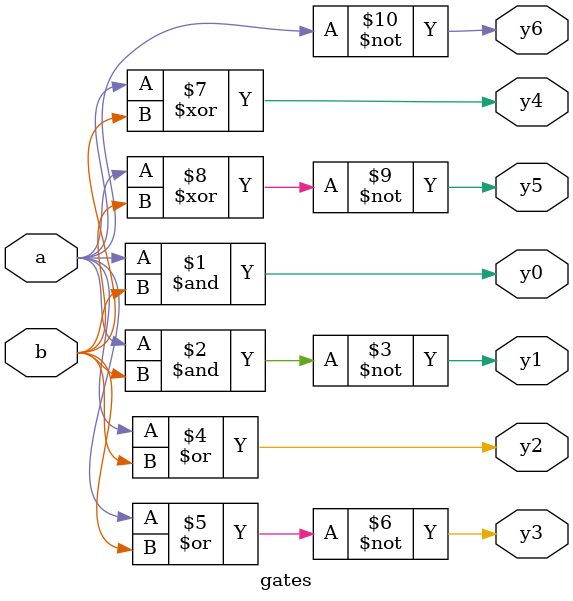
<source format=v>
`timescale 1ns / 1ps


module gates(
    //input a,b
    input a,
    input b,
    //output
    output y0,
    output y1,
    output y2,
    output y3,
    output y4,
    output y5,
    output y6
    );

    //AND
    assign y0 = a & b;
    //NAND
    assign y1 = ~(a & b);
    //OR
    assign y2 = a | b;
    //NOR
    assign y3 = ~(a | b);
    //XOR
    assign y4 = a ^ b;
    //XNOR
    assign y5 = ~(a ^ b);
    //NOT
    assign y6 = ~a;

    
endmodule

</source>
